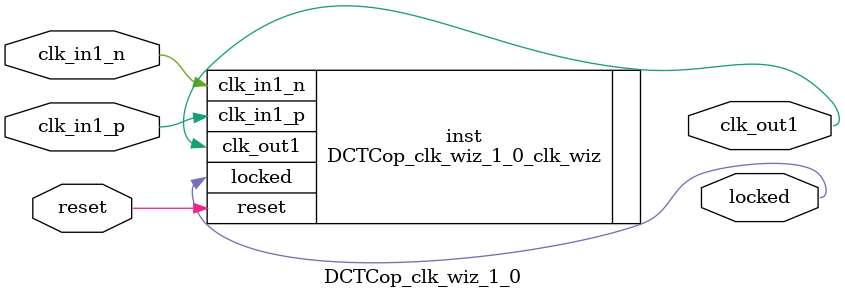
<source format=v>


`timescale 1ps/1ps

(* CORE_GENERATION_INFO = "DCTCop_clk_wiz_1_0,clk_wiz_v6_0_3_0_0,{component_name=DCTCop_clk_wiz_1_0,use_phase_alignment=true,use_min_o_jitter=false,use_max_i_jitter=false,use_dyn_phase_shift=false,use_inclk_switchover=false,use_dyn_reconfig=false,enable_axi=0,feedback_source=FDBK_AUTO,PRIMITIVE=MMCM,num_out_clk=1,clkin1_period=10.000,clkin2_period=10.000,use_power_down=false,use_reset=true,use_locked=true,use_inclk_stopped=false,feedback_type=SINGLE,CLOCK_MGR_TYPE=NA,manual_override=false}" *)

module DCTCop_clk_wiz_1_0 
 (
  // Clock out ports
  output        clk_out1,
  // Status and control signals
  input         reset,
  output        locked,
 // Clock in ports
  input         clk_in1_p,
  input         clk_in1_n
 );

  DCTCop_clk_wiz_1_0_clk_wiz inst
  (
  // Clock out ports  
  .clk_out1(clk_out1),
  // Status and control signals               
  .reset(reset), 
  .locked(locked),
 // Clock in ports
  .clk_in1_p(clk_in1_p),
  .clk_in1_n(clk_in1_n)
  );

endmodule

</source>
